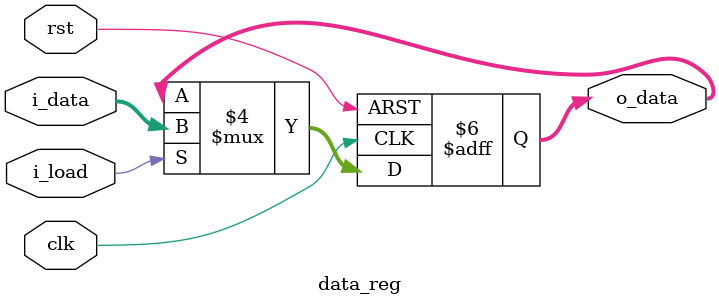
<source format=v>
/* 
Module:                 data_reg
Version:                0.1
Date:                   05/13/2020 
Project:                AHB to APB bridge 
Parent module:          hrdata_reg 
Description:            Single register, APB_DW width 
Author:                 Vuk Popovic     email:  vukp@thevtool.com 
Company:                Vtool
Relevant documents: 

Version history:
0.1     Vuk Popovic     05/13/2020      Initial version
*/
module data_reg #(
        parameter APB_DW = 8
)
(
        clk,
        rst,
        i_load,
        i_data,
        o_data
);
        
input                           clk;
input                           rst;
input                           i_load;
input [APB_DW - 1 : 0]          i_data;
output reg [APB_DW - 1 : 0]     o_data;

always @ (posedge clk, negedge rst)
begin
        if (rst == 1'b0) begin
                o_data <= 0;
        end else
        begin
                if(i_load == 1'b1) begin
                        o_data <= i_data;
                end
        end
end
endmodule
</source>
